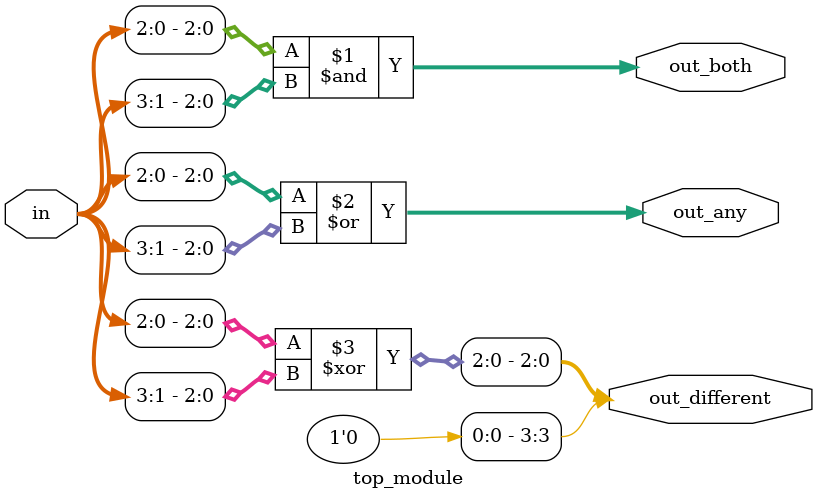
<source format=sv>
module top_module (
	input [3:0] in,
	output [2:0] out_both,
	output [3:1] out_any,
	output [3:0] out_different
);

	assign out_both = in[2:0] & in[3:1];
	assign out_any = in[2:0] | in[3:1];
	assign out_different = {1'b0, in[2:0] ^ in[3:1]};

endmodule

</source>
